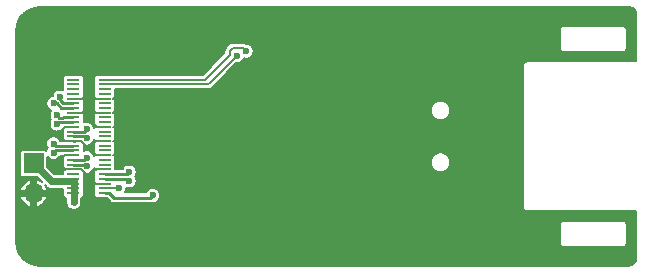
<source format=gbl>
G04 #@! TF.GenerationSoftware,KiCad,Pcbnew,5.1.10-88a1d61d58~88~ubuntu20.04.1*
G04 #@! TF.CreationDate,2021-06-30T14:36:37+02:00*
G04 #@! TF.ProjectId,hadron_board,68616472-6f6e-45f6-926f-6172642e6b69,rev?*
G04 #@! TF.SameCoordinates,Original*
G04 #@! TF.FileFunction,Copper,L2,Bot*
G04 #@! TF.FilePolarity,Positive*
%FSLAX46Y46*%
G04 Gerber Fmt 4.6, Leading zero omitted, Abs format (unit mm)*
G04 Created by KiCad (PCBNEW 5.1.10-88a1d61d58~88~ubuntu20.04.1) date 2021-06-30 14:36:37*
%MOMM*%
%LPD*%
G01*
G04 APERTURE LIST*
G04 #@! TA.AperFunction,SMDPad,CuDef*
%ADD10R,1.140000X0.200000*%
G04 #@! TD*
G04 #@! TA.AperFunction,ComponentPad*
%ADD11O,1.700000X1.700000*%
G04 #@! TD*
G04 #@! TA.AperFunction,ComponentPad*
%ADD12R,1.700000X1.700000*%
G04 #@! TD*
G04 #@! TA.AperFunction,ComponentPad*
%ADD13C,3.000000*%
G04 #@! TD*
G04 #@! TA.AperFunction,ViaPad*
%ADD14C,0.600000*%
G04 #@! TD*
G04 #@! TA.AperFunction,Conductor*
%ADD15C,0.254000*%
G04 #@! TD*
G04 #@! TA.AperFunction,Conductor*
%ADD16C,0.228600*%
G04 #@! TD*
G04 #@! TA.AperFunction,Conductor*
%ADD17C,0.203200*%
G04 #@! TD*
G04 #@! TA.AperFunction,Conductor*
%ADD18C,0.152400*%
G04 #@! TD*
G04 #@! TA.AperFunction,Conductor*
%ADD19C,0.609600*%
G04 #@! TD*
G04 #@! TA.AperFunction,Conductor*
%ADD20C,0.100000*%
G04 #@! TD*
G04 APERTURE END LIST*
D10*
X108020000Y-93300000D03*
X105380000Y-93300000D03*
X108020000Y-92900000D03*
X105380000Y-92900000D03*
X108020000Y-92500000D03*
X105380000Y-92500000D03*
X108020000Y-92100000D03*
X105380000Y-92100000D03*
X108020000Y-91700000D03*
X105380000Y-91700000D03*
X108020000Y-91300000D03*
X105380000Y-91300000D03*
X108020000Y-90900000D03*
X105380000Y-90900000D03*
X108020000Y-90500000D03*
X105380000Y-90500000D03*
X108020000Y-90100000D03*
X105380000Y-90100000D03*
X108020000Y-89700000D03*
X105380000Y-89700000D03*
X108020000Y-89300000D03*
X105380000Y-89300000D03*
X108020000Y-88900000D03*
X105380000Y-88900000D03*
X108020000Y-88500000D03*
X105380000Y-88500000D03*
X108020000Y-88100000D03*
X105380000Y-88100000D03*
X108020000Y-87700000D03*
X105380000Y-87700000D03*
X108020000Y-87300000D03*
X105380000Y-87300000D03*
X108020000Y-86900000D03*
X105380000Y-86900000D03*
X108020000Y-86500000D03*
X105380000Y-86500000D03*
X108020000Y-86100000D03*
X105380000Y-86100000D03*
X108020000Y-85700000D03*
X105380000Y-85700000D03*
X108020000Y-85300000D03*
X105380000Y-85300000D03*
X108020000Y-84900000D03*
X105380000Y-84900000D03*
X108020000Y-84500000D03*
X105380000Y-84500000D03*
X108020000Y-84100000D03*
X105380000Y-84100000D03*
X108020000Y-83700000D03*
X105380000Y-83700000D03*
D11*
X102000000Y-93340000D03*
D12*
X102000000Y-90800000D03*
D13*
X102500000Y-79500000D03*
X141500000Y-79500000D03*
X102500000Y-97500000D03*
X141500000Y-97500000D03*
D14*
X112100000Y-93500000D03*
X110100000Y-92276200D03*
X110100000Y-91523800D03*
X109200000Y-92900000D03*
X114700000Y-82000000D03*
X106600000Y-92000000D03*
X106700000Y-89500000D03*
X104200000Y-90800000D03*
X104200000Y-88200000D03*
X106700000Y-87000000D03*
X106900000Y-83100000D03*
X102900000Y-84100000D03*
X104900000Y-81900000D03*
X107700000Y-80600000D03*
X112100000Y-81700000D03*
X111300000Y-85200000D03*
X110600000Y-88800000D03*
X112700000Y-86700000D03*
X117400000Y-81400000D03*
X115400000Y-78400000D03*
X105400000Y-78500000D03*
X109200000Y-79400000D03*
X117300000Y-78900000D03*
X111300000Y-91000000D03*
X139000000Y-84000000D03*
X139000000Y-93000000D03*
X101600000Y-88900000D03*
X110800000Y-92900000D03*
X107500000Y-94100000D03*
X108200000Y-96200000D03*
X126000000Y-89900000D03*
X133600000Y-86000000D03*
X131800000Y-86900000D03*
X120000000Y-81300000D03*
X119200000Y-81700000D03*
X104248465Y-85175738D03*
X103716437Y-85707766D03*
X103983937Y-86723800D03*
X103983937Y-87476200D03*
X106500000Y-87900000D03*
X106500000Y-88652403D03*
X103700000Y-89123800D03*
X103700000Y-89876200D03*
X106500000Y-90300000D03*
X106500000Y-91052403D03*
X105400000Y-94100000D03*
D15*
X108020000Y-93300000D02*
X108400000Y-93300000D01*
X108400000Y-93300000D02*
X108800000Y-93700000D01*
X111900000Y-93700000D02*
X112100000Y-93500000D01*
X108800000Y-93700000D02*
X111900000Y-93700000D01*
D16*
X108884501Y-92090500D02*
X109914300Y-92090500D01*
X108875001Y-92100000D02*
X108884501Y-92090500D01*
X108020000Y-92100000D02*
X108875001Y-92100000D01*
X109914300Y-92090500D02*
X110100000Y-92276200D01*
X108884501Y-91709500D02*
X109914300Y-91709500D01*
X108875001Y-91700000D02*
X108884501Y-91709500D01*
X108020000Y-91700000D02*
X108875001Y-91700000D01*
X109914300Y-91709500D02*
X110100000Y-91523800D01*
D17*
X109200000Y-92900000D02*
X108020000Y-92900000D01*
D18*
X105380000Y-91300000D02*
X106000000Y-91300000D01*
X106600000Y-91900000D02*
X106600000Y-92000000D01*
X106000000Y-91300000D02*
X106600000Y-91900000D01*
X107100000Y-92500000D02*
X106600000Y-92000000D01*
X108020000Y-92500000D02*
X107100000Y-92500000D01*
X107300000Y-91300000D02*
X106600000Y-92000000D01*
X108020000Y-91300000D02*
X107300000Y-91300000D01*
X107300000Y-90100000D02*
X106700000Y-89500000D01*
X108020000Y-90100000D02*
X107300000Y-90100000D01*
X107300000Y-88900000D02*
X106700000Y-89500000D01*
X108020000Y-88900000D02*
X107300000Y-88900000D01*
X105457090Y-88957090D02*
X105522037Y-88957090D01*
X105400000Y-88900000D02*
X105457090Y-88957090D01*
X105380000Y-88900000D02*
X105400000Y-88900000D01*
X106700000Y-89500000D02*
X106600000Y-89500000D01*
X106000000Y-88900000D02*
X105380000Y-88900000D01*
X106600000Y-89500000D02*
X106000000Y-88900000D01*
X104200000Y-90557600D02*
X104200000Y-90800000D01*
X104657600Y-90100000D02*
X104200000Y-90557600D01*
X105380000Y-90100000D02*
X104657600Y-90100000D01*
X104700000Y-91300000D02*
X104200000Y-90800000D01*
X105380000Y-91300000D02*
X104700000Y-91300000D01*
X104200000Y-88442400D02*
X104200000Y-88200000D01*
X104657600Y-88900000D02*
X104200000Y-88442400D01*
X105380000Y-88900000D02*
X104657600Y-88900000D01*
X104700000Y-87700000D02*
X104200000Y-88200000D01*
X105380000Y-87700000D02*
X104700000Y-87700000D01*
X107400000Y-87700000D02*
X106700000Y-87000000D01*
X108020000Y-87700000D02*
X107400000Y-87700000D01*
X107200000Y-86500000D02*
X106700000Y-87000000D01*
X108020000Y-86500000D02*
X107200000Y-86500000D01*
X106200000Y-86500000D02*
X105380000Y-86500000D01*
X106700000Y-87000000D02*
X106200000Y-86500000D01*
X105380000Y-85300000D02*
X108020000Y-85300000D01*
X106900000Y-84502400D02*
X106900000Y-83100000D01*
X106102400Y-85300000D02*
X106900000Y-84502400D01*
X105380000Y-85300000D02*
X106102400Y-85300000D01*
D17*
X120000000Y-81300000D02*
X119700000Y-81000000D01*
X118600000Y-81600000D02*
X116500000Y-83700000D01*
X108020000Y-83700000D02*
X116500000Y-83700000D01*
X119700000Y-81000000D02*
X118900000Y-81000000D01*
X118600000Y-81300000D02*
X118600000Y-81600000D01*
X118900000Y-81000000D02*
X118600000Y-81300000D01*
X116950000Y-83950000D02*
X116800000Y-84100000D01*
X108020000Y-84100000D02*
X116800000Y-84100000D01*
X119200000Y-81700000D02*
X116950000Y-83950000D01*
D16*
X104519607Y-85709500D02*
X104248465Y-85438358D01*
X104248465Y-85438358D02*
X104248465Y-85175738D01*
X104900500Y-85709500D02*
X104519607Y-85709500D01*
X104910000Y-85700000D02*
X104900500Y-85709500D01*
X105380000Y-85700000D02*
X104910000Y-85700000D01*
X103979057Y-85707766D02*
X103716437Y-85707766D01*
X104361791Y-86090500D02*
X103979057Y-85707766D01*
X105380000Y-86100000D02*
X104910000Y-86100000D01*
X104900500Y-86090500D02*
X104361791Y-86090500D01*
X104910000Y-86100000D02*
X104900500Y-86090500D01*
X104515499Y-86909500D02*
X104169637Y-86909500D01*
X104524999Y-86900000D02*
X104515499Y-86909500D01*
X104169637Y-86909500D02*
X103983937Y-86723800D01*
X105380000Y-86900000D02*
X104524999Y-86900000D01*
X104169637Y-87290500D02*
X103983937Y-87476200D01*
X104515499Y-87290500D02*
X104169637Y-87290500D01*
X104524999Y-87300000D02*
X104515499Y-87290500D01*
X105380000Y-87300000D02*
X104524999Y-87300000D01*
X106300000Y-88100000D02*
X106500000Y-87900000D01*
X105380000Y-88100000D02*
X106300000Y-88100000D01*
X106347597Y-88500000D02*
X106500000Y-88652403D01*
X105380000Y-88500000D02*
X106347597Y-88500000D01*
X103885700Y-89309500D02*
X103700000Y-89123800D01*
X104515499Y-89309500D02*
X103885700Y-89309500D01*
X104524999Y-89300000D02*
X104515499Y-89309500D01*
X105380000Y-89300000D02*
X104524999Y-89300000D01*
X103885700Y-89690500D02*
X103700000Y-89876200D01*
X104515499Y-89690500D02*
X103885700Y-89690500D01*
X104524999Y-89700000D02*
X104515499Y-89690500D01*
X105380000Y-89700000D02*
X104524999Y-89700000D01*
X106300000Y-90500000D02*
X106500000Y-90300000D01*
X105380000Y-90500000D02*
X106300000Y-90500000D01*
X106347597Y-90900000D02*
X106500000Y-91052403D01*
X105380000Y-90900000D02*
X106347597Y-90900000D01*
D19*
X105400000Y-94100000D02*
X105400000Y-92300000D01*
X103500000Y-92300000D02*
X102000000Y-90800000D01*
X105400000Y-92300000D02*
X103500000Y-92300000D01*
D18*
X152524912Y-77569152D02*
X152645066Y-77605428D01*
X152755885Y-77664351D01*
X152853146Y-77743676D01*
X152933152Y-77840386D01*
X152992847Y-77950790D01*
X153029961Y-78070688D01*
X153044800Y-78211862D01*
X153044801Y-82144800D01*
X143817443Y-82144800D01*
X143800000Y-82143082D01*
X143782557Y-82144800D01*
X143730369Y-82149940D01*
X143663413Y-82170251D01*
X143601707Y-82203234D01*
X143547621Y-82247621D01*
X143503234Y-82301707D01*
X143470251Y-82363413D01*
X143449940Y-82430369D01*
X143443082Y-82500000D01*
X143444800Y-82517443D01*
X143444801Y-94482547D01*
X143443082Y-94500000D01*
X143449940Y-94569631D01*
X143470251Y-94636587D01*
X143503234Y-94698293D01*
X143547621Y-94752379D01*
X143601707Y-94796766D01*
X143663413Y-94829749D01*
X143730369Y-94850060D01*
X143782557Y-94855200D01*
X143800000Y-94856918D01*
X143817443Y-94855200D01*
X153044800Y-94855200D01*
X153044801Y-98782616D01*
X153030849Y-98924912D01*
X152994572Y-99045066D01*
X152935649Y-99155885D01*
X152856324Y-99253146D01*
X152759611Y-99333154D01*
X152649213Y-99392846D01*
X152529312Y-99429961D01*
X152388137Y-99444800D01*
X102517374Y-99444800D01*
X102122583Y-99406091D01*
X101759544Y-99296483D01*
X101424706Y-99118447D01*
X101130830Y-98878767D01*
X100889098Y-98586562D01*
X100708731Y-98252981D01*
X100596590Y-97890712D01*
X100555200Y-97496910D01*
X100555200Y-96000000D01*
X146543082Y-96000000D01*
X146544800Y-96017444D01*
X146544801Y-97482547D01*
X146543082Y-97500000D01*
X146549940Y-97569631D01*
X146570251Y-97636587D01*
X146603234Y-97698293D01*
X146647621Y-97752379D01*
X146701707Y-97796766D01*
X146763413Y-97829749D01*
X146830369Y-97850060D01*
X146882557Y-97855200D01*
X146900000Y-97856918D01*
X146917443Y-97855200D01*
X151882557Y-97855200D01*
X151900000Y-97856918D01*
X151917443Y-97855200D01*
X151969631Y-97850060D01*
X152036587Y-97829749D01*
X152098293Y-97796766D01*
X152152379Y-97752379D01*
X152196766Y-97698293D01*
X152229749Y-97636587D01*
X152250060Y-97569631D01*
X152256918Y-97500000D01*
X152255200Y-97482557D01*
X152255200Y-96017443D01*
X152256918Y-96000000D01*
X152250060Y-95930369D01*
X152229749Y-95863413D01*
X152196766Y-95801707D01*
X152152379Y-95747621D01*
X152098293Y-95703234D01*
X152036587Y-95670251D01*
X151969631Y-95649940D01*
X151917443Y-95644800D01*
X151900000Y-95643082D01*
X151882557Y-95644800D01*
X146917443Y-95644800D01*
X146900000Y-95643082D01*
X146882557Y-95644800D01*
X146830369Y-95649940D01*
X146763413Y-95670251D01*
X146701707Y-95703234D01*
X146647621Y-95747621D01*
X146603234Y-95801707D01*
X146570251Y-95863413D01*
X146549940Y-95930369D01*
X146543082Y-96000000D01*
X100555200Y-96000000D01*
X100555200Y-93698128D01*
X100875448Y-93698128D01*
X100951581Y-93881949D01*
X101077455Y-94076072D01*
X101238782Y-94241908D01*
X101429362Y-94373084D01*
X101641871Y-94464560D01*
X101822200Y-94424189D01*
X101822200Y-93517800D01*
X102177800Y-93517800D01*
X102177800Y-94424189D01*
X102358129Y-94464560D01*
X102570638Y-94373084D01*
X102761218Y-94241908D01*
X102922545Y-94076072D01*
X103048419Y-93881949D01*
X103124552Y-93698128D01*
X103083154Y-93517800D01*
X102177800Y-93517800D01*
X101822200Y-93517800D01*
X100916846Y-93517800D01*
X100875448Y-93698128D01*
X100555200Y-93698128D01*
X100555200Y-92981872D01*
X100875448Y-92981872D01*
X100916846Y-93162200D01*
X101822200Y-93162200D01*
X101822200Y-92255811D01*
X101641871Y-92215440D01*
X101429362Y-92306916D01*
X101238782Y-92438092D01*
X101077455Y-92603928D01*
X100951581Y-92798051D01*
X100875448Y-92981872D01*
X100555200Y-92981872D01*
X100555200Y-89950000D01*
X100818203Y-89950000D01*
X100818203Y-91650000D01*
X100824578Y-91714730D01*
X100843460Y-91776973D01*
X100874121Y-91834337D01*
X100915384Y-91884616D01*
X100965663Y-91925879D01*
X101023027Y-91956540D01*
X101085270Y-91975422D01*
X101150000Y-91981797D01*
X102283773Y-91981797D01*
X102693362Y-92391387D01*
X102570638Y-92306916D01*
X102358129Y-92215440D01*
X102177800Y-92255811D01*
X102177800Y-93162200D01*
X103083154Y-93162200D01*
X103124552Y-92981872D01*
X103048419Y-92798051D01*
X102953238Y-92651263D01*
X103028930Y-92726955D01*
X103048815Y-92751185D01*
X103073043Y-92771068D01*
X103145505Y-92830537D01*
X103183931Y-92851076D01*
X103255820Y-92889502D01*
X103375518Y-92925812D01*
X103468808Y-92935000D01*
X103468818Y-92935000D01*
X103499999Y-92938071D01*
X103531180Y-92935000D01*
X104478203Y-92935000D01*
X104478203Y-93000000D01*
X104484578Y-93064730D01*
X104495277Y-93100000D01*
X104484578Y-93135270D01*
X104478203Y-93200000D01*
X104478203Y-93400000D01*
X104484578Y-93464730D01*
X104503460Y-93526973D01*
X104534121Y-93584337D01*
X104575384Y-93634616D01*
X104625663Y-93675879D01*
X104683027Y-93706540D01*
X104745270Y-93725422D01*
X104765000Y-93727365D01*
X104765000Y-94131191D01*
X104774188Y-94224481D01*
X104810498Y-94344179D01*
X104869463Y-94454493D01*
X104948815Y-94551185D01*
X105045506Y-94630537D01*
X105155820Y-94689502D01*
X105275518Y-94725812D01*
X105400000Y-94738072D01*
X105524481Y-94725812D01*
X105644179Y-94689502D01*
X105754493Y-94630537D01*
X105851185Y-94551185D01*
X105930537Y-94454494D01*
X105989502Y-94344180D01*
X106025812Y-94224482D01*
X106035000Y-94131192D01*
X106035000Y-93719273D01*
X106076973Y-93706540D01*
X106134337Y-93675879D01*
X106184616Y-93634616D01*
X106225879Y-93584337D01*
X106256540Y-93526973D01*
X106275422Y-93464730D01*
X106281797Y-93400000D01*
X106281797Y-93200000D01*
X106275422Y-93135270D01*
X106264723Y-93100000D01*
X106275422Y-93064730D01*
X106281797Y-93000000D01*
X106281797Y-92800000D01*
X106275422Y-92735270D01*
X106264723Y-92700000D01*
X106275422Y-92664730D01*
X106281797Y-92600000D01*
X106281797Y-92400000D01*
X106275422Y-92335270D01*
X106264723Y-92300000D01*
X106275422Y-92264730D01*
X106281797Y-92200000D01*
X106281797Y-92000000D01*
X106275422Y-91935270D01*
X106264723Y-91900000D01*
X106275422Y-91864730D01*
X106281797Y-91800000D01*
X106281797Y-91644144D01*
X106316178Y-91658385D01*
X106437931Y-91682603D01*
X106562069Y-91682603D01*
X106683822Y-91658385D01*
X106798512Y-91610879D01*
X106901729Y-91541911D01*
X106989508Y-91454132D01*
X107058476Y-91350915D01*
X107105982Y-91236225D01*
X107123762Y-91146839D01*
X107119800Y-91193650D01*
X107202350Y-91276200D01*
X107266264Y-91276200D01*
X107310791Y-91300000D01*
X107266264Y-91323800D01*
X107202350Y-91323800D01*
X107119800Y-91406350D01*
X107124860Y-91466136D01*
X107135285Y-91499975D01*
X107124578Y-91535270D01*
X107118203Y-91600000D01*
X107118203Y-91800000D01*
X107124578Y-91864730D01*
X107135277Y-91900000D01*
X107124578Y-91935270D01*
X107118203Y-92000000D01*
X107118203Y-92200000D01*
X107124578Y-92264730D01*
X107135285Y-92300025D01*
X107124860Y-92333864D01*
X107119800Y-92393650D01*
X107202350Y-92476200D01*
X107266264Y-92476200D01*
X107310791Y-92500000D01*
X107266264Y-92523800D01*
X107202350Y-92523800D01*
X107119800Y-92606350D01*
X107124860Y-92666136D01*
X107135285Y-92699975D01*
X107124578Y-92735270D01*
X107118203Y-92800000D01*
X107118203Y-93000000D01*
X107124578Y-93064730D01*
X107135277Y-93100000D01*
X107124578Y-93135270D01*
X107118203Y-93200000D01*
X107118203Y-93400000D01*
X107124578Y-93464730D01*
X107143460Y-93526973D01*
X107174121Y-93584337D01*
X107215384Y-93634616D01*
X107265663Y-93675879D01*
X107323027Y-93706540D01*
X107385270Y-93725422D01*
X107450000Y-93731797D01*
X107868440Y-93731797D01*
X107930373Y-93750585D01*
X107997540Y-93757200D01*
X108210623Y-93757200D01*
X108460830Y-94007408D01*
X108475147Y-94024853D01*
X108492592Y-94039170D01*
X108544763Y-94081987D01*
X108587217Y-94104678D01*
X108624191Y-94124441D01*
X108710373Y-94150585D01*
X108777540Y-94157200D01*
X108777549Y-94157200D01*
X108799999Y-94159411D01*
X108822449Y-94157200D01*
X111877550Y-94157200D01*
X111900000Y-94159411D01*
X111922450Y-94157200D01*
X111922460Y-94157200D01*
X111989627Y-94150585D01*
X112056825Y-94130200D01*
X112162069Y-94130200D01*
X112283822Y-94105982D01*
X112398512Y-94058476D01*
X112501729Y-93989508D01*
X112589508Y-93901729D01*
X112658476Y-93798512D01*
X112705982Y-93683822D01*
X112730200Y-93562069D01*
X112730200Y-93437931D01*
X112705982Y-93316178D01*
X112658476Y-93201488D01*
X112589508Y-93098271D01*
X112501729Y-93010492D01*
X112398512Y-92941524D01*
X112283822Y-92894018D01*
X112162069Y-92869800D01*
X112037931Y-92869800D01*
X111916178Y-92894018D01*
X111801488Y-92941524D01*
X111698271Y-93010492D01*
X111610492Y-93098271D01*
X111541524Y-93201488D01*
X111524412Y-93242800D01*
X109728883Y-93242800D01*
X109758476Y-93198512D01*
X109805982Y-93083822D01*
X109830200Y-92962069D01*
X109830200Y-92846569D01*
X109916178Y-92882182D01*
X110037931Y-92906400D01*
X110162069Y-92906400D01*
X110283822Y-92882182D01*
X110398512Y-92834676D01*
X110501729Y-92765708D01*
X110589508Y-92677929D01*
X110658476Y-92574712D01*
X110705982Y-92460022D01*
X110730200Y-92338269D01*
X110730200Y-92214131D01*
X110705982Y-92092378D01*
X110658476Y-91977688D01*
X110606566Y-91900000D01*
X110658476Y-91822312D01*
X110705982Y-91707622D01*
X110730200Y-91585869D01*
X110730200Y-91461731D01*
X110705982Y-91339978D01*
X110658476Y-91225288D01*
X110589508Y-91122071D01*
X110501729Y-91034292D01*
X110398512Y-90965324D01*
X110283822Y-90917818D01*
X110162069Y-90893600D01*
X110037931Y-90893600D01*
X109916178Y-90917818D01*
X109801488Y-90965324D01*
X109698271Y-91034292D01*
X109610492Y-91122071D01*
X109541524Y-91225288D01*
X109525075Y-91265000D01*
X108972252Y-91265000D01*
X108962138Y-91261932D01*
X108920200Y-91257802D01*
X108920200Y-91122198D01*
X108911546Y-91122198D01*
X108904715Y-91100025D01*
X108915422Y-91064730D01*
X108921797Y-91000000D01*
X108921797Y-90800000D01*
X108915422Y-90735270D01*
X108904723Y-90700000D01*
X108915422Y-90664730D01*
X108920001Y-90618232D01*
X135619800Y-90618232D01*
X135619800Y-90781768D01*
X135651704Y-90942160D01*
X135714286Y-91093247D01*
X135805142Y-91229222D01*
X135920778Y-91344858D01*
X136056753Y-91435714D01*
X136207840Y-91498296D01*
X136368232Y-91530200D01*
X136531768Y-91530200D01*
X136692160Y-91498296D01*
X136843247Y-91435714D01*
X136979222Y-91344858D01*
X137094858Y-91229222D01*
X137185714Y-91093247D01*
X137248296Y-90942160D01*
X137280200Y-90781768D01*
X137280200Y-90618232D01*
X137248296Y-90457840D01*
X137185714Y-90306753D01*
X137094858Y-90170778D01*
X136979222Y-90055142D01*
X136843247Y-89964286D01*
X136692160Y-89901704D01*
X136531768Y-89869800D01*
X136368232Y-89869800D01*
X136207840Y-89901704D01*
X136056753Y-89964286D01*
X135920778Y-90055142D01*
X135805142Y-90170778D01*
X135714286Y-90306753D01*
X135651704Y-90457840D01*
X135619800Y-90618232D01*
X108920001Y-90618232D01*
X108921797Y-90600000D01*
X108921797Y-90400000D01*
X108915422Y-90335270D01*
X108904715Y-90299975D01*
X108915140Y-90266136D01*
X108920200Y-90206350D01*
X108837650Y-90123800D01*
X108773736Y-90123800D01*
X108729209Y-90100000D01*
X108773736Y-90076200D01*
X108837650Y-90076200D01*
X108920200Y-89993650D01*
X108915140Y-89933864D01*
X108904715Y-89900025D01*
X108915422Y-89864730D01*
X108921797Y-89800000D01*
X108921797Y-89600000D01*
X108915422Y-89535270D01*
X108904723Y-89500000D01*
X108915422Y-89464730D01*
X108921797Y-89400000D01*
X108921797Y-89200000D01*
X108915422Y-89135270D01*
X108904715Y-89099975D01*
X108915140Y-89066136D01*
X108920200Y-89006350D01*
X108837650Y-88923800D01*
X108773736Y-88923800D01*
X108729209Y-88900000D01*
X108773736Y-88876200D01*
X108837650Y-88876200D01*
X108920200Y-88793650D01*
X108915140Y-88733864D01*
X108904715Y-88700025D01*
X108915422Y-88664730D01*
X108921797Y-88600000D01*
X108921797Y-88400000D01*
X108915422Y-88335270D01*
X108904723Y-88300000D01*
X108915422Y-88264730D01*
X108921797Y-88200000D01*
X108921797Y-88000000D01*
X108915422Y-87935270D01*
X108904715Y-87899975D01*
X108915140Y-87866136D01*
X108920200Y-87806350D01*
X108837650Y-87723800D01*
X108773736Y-87723800D01*
X108729209Y-87700000D01*
X108773736Y-87676200D01*
X108837650Y-87676200D01*
X108920200Y-87593650D01*
X108915140Y-87533864D01*
X108904715Y-87500025D01*
X108915422Y-87464730D01*
X108921797Y-87400000D01*
X108921797Y-87200000D01*
X108915422Y-87135270D01*
X108904723Y-87100000D01*
X108915422Y-87064730D01*
X108921797Y-87000000D01*
X108921797Y-86800000D01*
X108915422Y-86735270D01*
X108904715Y-86699975D01*
X108915140Y-86666136D01*
X108920200Y-86606350D01*
X108837650Y-86523800D01*
X108773736Y-86523800D01*
X108729209Y-86500000D01*
X108773736Y-86476200D01*
X108837650Y-86476200D01*
X108920200Y-86393650D01*
X108915140Y-86333864D01*
X108904715Y-86300025D01*
X108915422Y-86264730D01*
X108920001Y-86218232D01*
X135619800Y-86218232D01*
X135619800Y-86381768D01*
X135651704Y-86542160D01*
X135714286Y-86693247D01*
X135805142Y-86829222D01*
X135920778Y-86944858D01*
X136056753Y-87035714D01*
X136207840Y-87098296D01*
X136368232Y-87130200D01*
X136531768Y-87130200D01*
X136692160Y-87098296D01*
X136843247Y-87035714D01*
X136979222Y-86944858D01*
X137094858Y-86829222D01*
X137185714Y-86693247D01*
X137248296Y-86542160D01*
X137280200Y-86381768D01*
X137280200Y-86218232D01*
X137248296Y-86057840D01*
X137185714Y-85906753D01*
X137094858Y-85770778D01*
X136979222Y-85655142D01*
X136843247Y-85564286D01*
X136692160Y-85501704D01*
X136531768Y-85469800D01*
X136368232Y-85469800D01*
X136207840Y-85501704D01*
X136056753Y-85564286D01*
X135920778Y-85655142D01*
X135805142Y-85770778D01*
X135714286Y-85906753D01*
X135651704Y-86057840D01*
X135619800Y-86218232D01*
X108920001Y-86218232D01*
X108921797Y-86200000D01*
X108921797Y-86000000D01*
X108915422Y-85935270D01*
X108904723Y-85900000D01*
X108915422Y-85864730D01*
X108921797Y-85800000D01*
X108921797Y-85600000D01*
X108915422Y-85535270D01*
X108904715Y-85499975D01*
X108915140Y-85466136D01*
X108920200Y-85406350D01*
X108837650Y-85323800D01*
X108773736Y-85323800D01*
X108729209Y-85300000D01*
X108773736Y-85276200D01*
X108837650Y-85276200D01*
X108920200Y-85193650D01*
X108915140Y-85133864D01*
X108904715Y-85100025D01*
X108915422Y-85064730D01*
X108921797Y-85000000D01*
X108921797Y-84800000D01*
X108915422Y-84735270D01*
X108904723Y-84700000D01*
X108915422Y-84664730D01*
X108921797Y-84600000D01*
X108921797Y-84531800D01*
X116778790Y-84531800D01*
X116800000Y-84533889D01*
X116821210Y-84531800D01*
X116884648Y-84525552D01*
X116966042Y-84500861D01*
X117041056Y-84460766D01*
X117106806Y-84406806D01*
X117120335Y-84390321D01*
X117270326Y-84240330D01*
X119180457Y-82330200D01*
X119262069Y-82330200D01*
X119383822Y-82305982D01*
X119498512Y-82258476D01*
X119601729Y-82189508D01*
X119689508Y-82101729D01*
X119758476Y-81998512D01*
X119799640Y-81899132D01*
X119816178Y-81905982D01*
X119937931Y-81930200D01*
X120062069Y-81930200D01*
X120183822Y-81905982D01*
X120298512Y-81858476D01*
X120401729Y-81789508D01*
X120489508Y-81701729D01*
X120558476Y-81598512D01*
X120605982Y-81483822D01*
X120630200Y-81362069D01*
X120630200Y-81237931D01*
X120605982Y-81116178D01*
X120558476Y-81001488D01*
X120489508Y-80898271D01*
X120401729Y-80810492D01*
X120298512Y-80741524D01*
X120183822Y-80694018D01*
X120062069Y-80669800D01*
X119978301Y-80669800D01*
X119941056Y-80639234D01*
X119866042Y-80599139D01*
X119784648Y-80574448D01*
X119721210Y-80568200D01*
X119700000Y-80566111D01*
X119678790Y-80568200D01*
X118921209Y-80568200D01*
X118899999Y-80566111D01*
X118815352Y-80574448D01*
X118733958Y-80599139D01*
X118658944Y-80639234D01*
X118593194Y-80693194D01*
X118579673Y-80709669D01*
X118309678Y-80979666D01*
X118293194Y-80993194D01*
X118239234Y-81058945D01*
X118199139Y-81133959D01*
X118179623Y-81198293D01*
X118174448Y-81215353D01*
X118166111Y-81300000D01*
X118168200Y-81321210D01*
X118168200Y-81421142D01*
X116321144Y-83268200D01*
X107998790Y-83268200D01*
X107998760Y-83268203D01*
X107450000Y-83268203D01*
X107385270Y-83274578D01*
X107323027Y-83293460D01*
X107265663Y-83324121D01*
X107215384Y-83365384D01*
X107174121Y-83415663D01*
X107143460Y-83473027D01*
X107124578Y-83535270D01*
X107118203Y-83600000D01*
X107118203Y-83800000D01*
X107124578Y-83864730D01*
X107135277Y-83900000D01*
X107124578Y-83935270D01*
X107118203Y-84000000D01*
X107118203Y-84200000D01*
X107124578Y-84264730D01*
X107135277Y-84300000D01*
X107124578Y-84335270D01*
X107118203Y-84400000D01*
X107118203Y-84600000D01*
X107124578Y-84664730D01*
X107135277Y-84700000D01*
X107124578Y-84735270D01*
X107118203Y-84800000D01*
X107118203Y-85000000D01*
X107124578Y-85064730D01*
X107135285Y-85100025D01*
X107124860Y-85133864D01*
X107119800Y-85193650D01*
X107202350Y-85276200D01*
X107266264Y-85276200D01*
X107310791Y-85300000D01*
X107266264Y-85323800D01*
X107202350Y-85323800D01*
X107119800Y-85406350D01*
X107124860Y-85466136D01*
X107135285Y-85499975D01*
X107124578Y-85535270D01*
X107118203Y-85600000D01*
X107118203Y-85800000D01*
X107124578Y-85864730D01*
X107135277Y-85900000D01*
X107124578Y-85935270D01*
X107118203Y-86000000D01*
X107118203Y-86200000D01*
X107124578Y-86264730D01*
X107135285Y-86300025D01*
X107124860Y-86333864D01*
X107119800Y-86393650D01*
X107202350Y-86476200D01*
X107266264Y-86476200D01*
X107310791Y-86500000D01*
X107266264Y-86523800D01*
X107202350Y-86523800D01*
X107119800Y-86606350D01*
X107124860Y-86666136D01*
X107135285Y-86699975D01*
X107124578Y-86735270D01*
X107118203Y-86800000D01*
X107118203Y-87000000D01*
X107124578Y-87064730D01*
X107135277Y-87100000D01*
X107124578Y-87135270D01*
X107118203Y-87200000D01*
X107118203Y-87400000D01*
X107124578Y-87464730D01*
X107135285Y-87500025D01*
X107124860Y-87533864D01*
X107119800Y-87593650D01*
X107202350Y-87676200D01*
X107266264Y-87676200D01*
X107310791Y-87700000D01*
X107266264Y-87723800D01*
X107202350Y-87723800D01*
X107123235Y-87802915D01*
X107105982Y-87716178D01*
X107058476Y-87601488D01*
X106989508Y-87498271D01*
X106901729Y-87410492D01*
X106798512Y-87341524D01*
X106683822Y-87294018D01*
X106562069Y-87269800D01*
X106437931Y-87269800D01*
X106316178Y-87294018D01*
X106281797Y-87308259D01*
X106281797Y-87200000D01*
X106275422Y-87135270D01*
X106264723Y-87100000D01*
X106275422Y-87064730D01*
X106281797Y-87000000D01*
X106281797Y-86800000D01*
X106275422Y-86735270D01*
X106264715Y-86699975D01*
X106275140Y-86666136D01*
X106280200Y-86606350D01*
X106197650Y-86523800D01*
X106133736Y-86523800D01*
X106089209Y-86500000D01*
X106133736Y-86476200D01*
X106197650Y-86476200D01*
X106280200Y-86393650D01*
X106275140Y-86333864D01*
X106264715Y-86300025D01*
X106275422Y-86264730D01*
X106281797Y-86200000D01*
X106281797Y-86000000D01*
X106275422Y-85935270D01*
X106264723Y-85900000D01*
X106275422Y-85864730D01*
X106281797Y-85800000D01*
X106281797Y-85600000D01*
X106275422Y-85535270D01*
X106264715Y-85499975D01*
X106275140Y-85466136D01*
X106280200Y-85406350D01*
X106197650Y-85323800D01*
X106133736Y-85323800D01*
X106089209Y-85300000D01*
X106133736Y-85276200D01*
X106197650Y-85276200D01*
X106280200Y-85193650D01*
X106275140Y-85133864D01*
X106264715Y-85100025D01*
X106275422Y-85064730D01*
X106281797Y-85000000D01*
X106281797Y-84800000D01*
X106275422Y-84735270D01*
X106264723Y-84700000D01*
X106275422Y-84664730D01*
X106281797Y-84600000D01*
X106281797Y-84400000D01*
X106275422Y-84335270D01*
X106264723Y-84300000D01*
X106275422Y-84264730D01*
X106281797Y-84200000D01*
X106281797Y-84000000D01*
X106275422Y-83935270D01*
X106264723Y-83900000D01*
X106275422Y-83864730D01*
X106281797Y-83800000D01*
X106281797Y-83600000D01*
X106275422Y-83535270D01*
X106256540Y-83473027D01*
X106225879Y-83415663D01*
X106184616Y-83365384D01*
X106134337Y-83324121D01*
X106076973Y-83293460D01*
X106014730Y-83274578D01*
X105950000Y-83268203D01*
X104810000Y-83268203D01*
X104745270Y-83274578D01*
X104683027Y-83293460D01*
X104625663Y-83324121D01*
X104575384Y-83365384D01*
X104534121Y-83415663D01*
X104503460Y-83473027D01*
X104484578Y-83535270D01*
X104478203Y-83600000D01*
X104478203Y-83800000D01*
X104484578Y-83864730D01*
X104495277Y-83900000D01*
X104484578Y-83935270D01*
X104478203Y-84000000D01*
X104478203Y-84200000D01*
X104484578Y-84264730D01*
X104495277Y-84300000D01*
X104484578Y-84335270D01*
X104478203Y-84400000D01*
X104478203Y-84588775D01*
X104432287Y-84569756D01*
X104310534Y-84545538D01*
X104186396Y-84545538D01*
X104064643Y-84569756D01*
X103949953Y-84617262D01*
X103846736Y-84686230D01*
X103758957Y-84774009D01*
X103689989Y-84877226D01*
X103642483Y-84991916D01*
X103624255Y-85083556D01*
X103532615Y-85101784D01*
X103417925Y-85149290D01*
X103314708Y-85218258D01*
X103226929Y-85306037D01*
X103157961Y-85409254D01*
X103110455Y-85523944D01*
X103086237Y-85645697D01*
X103086237Y-85769835D01*
X103110455Y-85891588D01*
X103157961Y-86006278D01*
X103226929Y-86109495D01*
X103314708Y-86197274D01*
X103417925Y-86266242D01*
X103511499Y-86305001D01*
X103494429Y-86322071D01*
X103425461Y-86425288D01*
X103377955Y-86539978D01*
X103353737Y-86661731D01*
X103353737Y-86785869D01*
X103377955Y-86907622D01*
X103425461Y-87022312D01*
X103477371Y-87100000D01*
X103425461Y-87177688D01*
X103377955Y-87292378D01*
X103353737Y-87414131D01*
X103353737Y-87538269D01*
X103377955Y-87660022D01*
X103425461Y-87774712D01*
X103494429Y-87877929D01*
X103582208Y-87965708D01*
X103685425Y-88034676D01*
X103800115Y-88082182D01*
X103921868Y-88106400D01*
X104046006Y-88106400D01*
X104167759Y-88082182D01*
X104282449Y-88034676D01*
X104385666Y-87965708D01*
X104473445Y-87877929D01*
X104479800Y-87868418D01*
X104479800Y-87877802D01*
X104488454Y-87877802D01*
X104495285Y-87899975D01*
X104484578Y-87935270D01*
X104478203Y-88000000D01*
X104478203Y-88200000D01*
X104484578Y-88264730D01*
X104495277Y-88300000D01*
X104484578Y-88335270D01*
X104478203Y-88400000D01*
X104478203Y-88600000D01*
X104484578Y-88664730D01*
X104495285Y-88700025D01*
X104488454Y-88722198D01*
X104479800Y-88722198D01*
X104479800Y-88857802D01*
X104437862Y-88861932D01*
X104427748Y-88865000D01*
X104274925Y-88865000D01*
X104258476Y-88825288D01*
X104189508Y-88722071D01*
X104101729Y-88634292D01*
X103998512Y-88565324D01*
X103883822Y-88517818D01*
X103762069Y-88493600D01*
X103637931Y-88493600D01*
X103516178Y-88517818D01*
X103401488Y-88565324D01*
X103298271Y-88634292D01*
X103210492Y-88722071D01*
X103141524Y-88825288D01*
X103094018Y-88939978D01*
X103069800Y-89061731D01*
X103069800Y-89185869D01*
X103094018Y-89307622D01*
X103141524Y-89422312D01*
X103193434Y-89500000D01*
X103141524Y-89577688D01*
X103094018Y-89692378D01*
X103088500Y-89720117D01*
X103084616Y-89715384D01*
X103034337Y-89674121D01*
X102976973Y-89643460D01*
X102914730Y-89624578D01*
X102850000Y-89618203D01*
X101150000Y-89618203D01*
X101085270Y-89624578D01*
X101023027Y-89643460D01*
X100965663Y-89674121D01*
X100915384Y-89715384D01*
X100874121Y-89765663D01*
X100843460Y-89823027D01*
X100824578Y-89885270D01*
X100818203Y-89950000D01*
X100555200Y-89950000D01*
X100555200Y-79517374D01*
X100556903Y-79500000D01*
X146543082Y-79500000D01*
X146544800Y-79517444D01*
X146544801Y-80982547D01*
X146543082Y-81000000D01*
X146549940Y-81069631D01*
X146570251Y-81136587D01*
X146603234Y-81198293D01*
X146647621Y-81252379D01*
X146701707Y-81296766D01*
X146763413Y-81329749D01*
X146830369Y-81350060D01*
X146882557Y-81355200D01*
X146900000Y-81356918D01*
X146917443Y-81355200D01*
X151882557Y-81355200D01*
X151900000Y-81356918D01*
X151917443Y-81355200D01*
X151969631Y-81350060D01*
X152036587Y-81329749D01*
X152098293Y-81296766D01*
X152152379Y-81252379D01*
X152196766Y-81198293D01*
X152229749Y-81136587D01*
X152250060Y-81069631D01*
X152256918Y-81000000D01*
X152255200Y-80982557D01*
X152255200Y-79517443D01*
X152256918Y-79500000D01*
X152250060Y-79430369D01*
X152229749Y-79363413D01*
X152196766Y-79301707D01*
X152152379Y-79247621D01*
X152098293Y-79203234D01*
X152036587Y-79170251D01*
X151969631Y-79149940D01*
X151917443Y-79144800D01*
X151900000Y-79143082D01*
X151882557Y-79144800D01*
X146917443Y-79144800D01*
X146900000Y-79143082D01*
X146882557Y-79144800D01*
X146830369Y-79149940D01*
X146763413Y-79170251D01*
X146701707Y-79203234D01*
X146647621Y-79247621D01*
X146603234Y-79301707D01*
X146570251Y-79363413D01*
X146549940Y-79430369D01*
X146543082Y-79500000D01*
X100556903Y-79500000D01*
X100593910Y-79122583D01*
X100703519Y-78759541D01*
X100881553Y-78424706D01*
X101121233Y-78130830D01*
X101413433Y-77889101D01*
X101747018Y-77708732D01*
X102109288Y-77596590D01*
X102503090Y-77555200D01*
X152382625Y-77555200D01*
X152524912Y-77569152D01*
G04 #@! TA.AperFunction,Conductor*
D20*
G36*
X152524912Y-77569152D02*
G01*
X152645066Y-77605428D01*
X152755885Y-77664351D01*
X152853146Y-77743676D01*
X152933152Y-77840386D01*
X152992847Y-77950790D01*
X153029961Y-78070688D01*
X153044800Y-78211862D01*
X153044801Y-82144800D01*
X143817443Y-82144800D01*
X143800000Y-82143082D01*
X143782557Y-82144800D01*
X143730369Y-82149940D01*
X143663413Y-82170251D01*
X143601707Y-82203234D01*
X143547621Y-82247621D01*
X143503234Y-82301707D01*
X143470251Y-82363413D01*
X143449940Y-82430369D01*
X143443082Y-82500000D01*
X143444800Y-82517443D01*
X143444801Y-94482547D01*
X143443082Y-94500000D01*
X143449940Y-94569631D01*
X143470251Y-94636587D01*
X143503234Y-94698293D01*
X143547621Y-94752379D01*
X143601707Y-94796766D01*
X143663413Y-94829749D01*
X143730369Y-94850060D01*
X143782557Y-94855200D01*
X143800000Y-94856918D01*
X143817443Y-94855200D01*
X153044800Y-94855200D01*
X153044801Y-98782616D01*
X153030849Y-98924912D01*
X152994572Y-99045066D01*
X152935649Y-99155885D01*
X152856324Y-99253146D01*
X152759611Y-99333154D01*
X152649213Y-99392846D01*
X152529312Y-99429961D01*
X152388137Y-99444800D01*
X102517374Y-99444800D01*
X102122583Y-99406091D01*
X101759544Y-99296483D01*
X101424706Y-99118447D01*
X101130830Y-98878767D01*
X100889098Y-98586562D01*
X100708731Y-98252981D01*
X100596590Y-97890712D01*
X100555200Y-97496910D01*
X100555200Y-96000000D01*
X146543082Y-96000000D01*
X146544800Y-96017444D01*
X146544801Y-97482547D01*
X146543082Y-97500000D01*
X146549940Y-97569631D01*
X146570251Y-97636587D01*
X146603234Y-97698293D01*
X146647621Y-97752379D01*
X146701707Y-97796766D01*
X146763413Y-97829749D01*
X146830369Y-97850060D01*
X146882557Y-97855200D01*
X146900000Y-97856918D01*
X146917443Y-97855200D01*
X151882557Y-97855200D01*
X151900000Y-97856918D01*
X151917443Y-97855200D01*
X151969631Y-97850060D01*
X152036587Y-97829749D01*
X152098293Y-97796766D01*
X152152379Y-97752379D01*
X152196766Y-97698293D01*
X152229749Y-97636587D01*
X152250060Y-97569631D01*
X152256918Y-97500000D01*
X152255200Y-97482557D01*
X152255200Y-96017443D01*
X152256918Y-96000000D01*
X152250060Y-95930369D01*
X152229749Y-95863413D01*
X152196766Y-95801707D01*
X152152379Y-95747621D01*
X152098293Y-95703234D01*
X152036587Y-95670251D01*
X151969631Y-95649940D01*
X151917443Y-95644800D01*
X151900000Y-95643082D01*
X151882557Y-95644800D01*
X146917443Y-95644800D01*
X146900000Y-95643082D01*
X146882557Y-95644800D01*
X146830369Y-95649940D01*
X146763413Y-95670251D01*
X146701707Y-95703234D01*
X146647621Y-95747621D01*
X146603234Y-95801707D01*
X146570251Y-95863413D01*
X146549940Y-95930369D01*
X146543082Y-96000000D01*
X100555200Y-96000000D01*
X100555200Y-93698128D01*
X100875448Y-93698128D01*
X100951581Y-93881949D01*
X101077455Y-94076072D01*
X101238782Y-94241908D01*
X101429362Y-94373084D01*
X101641871Y-94464560D01*
X101822200Y-94424189D01*
X101822200Y-93517800D01*
X102177800Y-93517800D01*
X102177800Y-94424189D01*
X102358129Y-94464560D01*
X102570638Y-94373084D01*
X102761218Y-94241908D01*
X102922545Y-94076072D01*
X103048419Y-93881949D01*
X103124552Y-93698128D01*
X103083154Y-93517800D01*
X102177800Y-93517800D01*
X101822200Y-93517800D01*
X100916846Y-93517800D01*
X100875448Y-93698128D01*
X100555200Y-93698128D01*
X100555200Y-92981872D01*
X100875448Y-92981872D01*
X100916846Y-93162200D01*
X101822200Y-93162200D01*
X101822200Y-92255811D01*
X101641871Y-92215440D01*
X101429362Y-92306916D01*
X101238782Y-92438092D01*
X101077455Y-92603928D01*
X100951581Y-92798051D01*
X100875448Y-92981872D01*
X100555200Y-92981872D01*
X100555200Y-89950000D01*
X100818203Y-89950000D01*
X100818203Y-91650000D01*
X100824578Y-91714730D01*
X100843460Y-91776973D01*
X100874121Y-91834337D01*
X100915384Y-91884616D01*
X100965663Y-91925879D01*
X101023027Y-91956540D01*
X101085270Y-91975422D01*
X101150000Y-91981797D01*
X102283773Y-91981797D01*
X102693362Y-92391387D01*
X102570638Y-92306916D01*
X102358129Y-92215440D01*
X102177800Y-92255811D01*
X102177800Y-93162200D01*
X103083154Y-93162200D01*
X103124552Y-92981872D01*
X103048419Y-92798051D01*
X102953238Y-92651263D01*
X103028930Y-92726955D01*
X103048815Y-92751185D01*
X103073043Y-92771068D01*
X103145505Y-92830537D01*
X103183931Y-92851076D01*
X103255820Y-92889502D01*
X103375518Y-92925812D01*
X103468808Y-92935000D01*
X103468818Y-92935000D01*
X103499999Y-92938071D01*
X103531180Y-92935000D01*
X104478203Y-92935000D01*
X104478203Y-93000000D01*
X104484578Y-93064730D01*
X104495277Y-93100000D01*
X104484578Y-93135270D01*
X104478203Y-93200000D01*
X104478203Y-93400000D01*
X104484578Y-93464730D01*
X104503460Y-93526973D01*
X104534121Y-93584337D01*
X104575384Y-93634616D01*
X104625663Y-93675879D01*
X104683027Y-93706540D01*
X104745270Y-93725422D01*
X104765000Y-93727365D01*
X104765000Y-94131191D01*
X104774188Y-94224481D01*
X104810498Y-94344179D01*
X104869463Y-94454493D01*
X104948815Y-94551185D01*
X105045506Y-94630537D01*
X105155820Y-94689502D01*
X105275518Y-94725812D01*
X105400000Y-94738072D01*
X105524481Y-94725812D01*
X105644179Y-94689502D01*
X105754493Y-94630537D01*
X105851185Y-94551185D01*
X105930537Y-94454494D01*
X105989502Y-94344180D01*
X106025812Y-94224482D01*
X106035000Y-94131192D01*
X106035000Y-93719273D01*
X106076973Y-93706540D01*
X106134337Y-93675879D01*
X106184616Y-93634616D01*
X106225879Y-93584337D01*
X106256540Y-93526973D01*
X106275422Y-93464730D01*
X106281797Y-93400000D01*
X106281797Y-93200000D01*
X106275422Y-93135270D01*
X106264723Y-93100000D01*
X106275422Y-93064730D01*
X106281797Y-93000000D01*
X106281797Y-92800000D01*
X106275422Y-92735270D01*
X106264723Y-92700000D01*
X106275422Y-92664730D01*
X106281797Y-92600000D01*
X106281797Y-92400000D01*
X106275422Y-92335270D01*
X106264723Y-92300000D01*
X106275422Y-92264730D01*
X106281797Y-92200000D01*
X106281797Y-92000000D01*
X106275422Y-91935270D01*
X106264723Y-91900000D01*
X106275422Y-91864730D01*
X106281797Y-91800000D01*
X106281797Y-91644144D01*
X106316178Y-91658385D01*
X106437931Y-91682603D01*
X106562069Y-91682603D01*
X106683822Y-91658385D01*
X106798512Y-91610879D01*
X106901729Y-91541911D01*
X106989508Y-91454132D01*
X107058476Y-91350915D01*
X107105982Y-91236225D01*
X107123762Y-91146839D01*
X107119800Y-91193650D01*
X107202350Y-91276200D01*
X107266264Y-91276200D01*
X107310791Y-91300000D01*
X107266264Y-91323800D01*
X107202350Y-91323800D01*
X107119800Y-91406350D01*
X107124860Y-91466136D01*
X107135285Y-91499975D01*
X107124578Y-91535270D01*
X107118203Y-91600000D01*
X107118203Y-91800000D01*
X107124578Y-91864730D01*
X107135277Y-91900000D01*
X107124578Y-91935270D01*
X107118203Y-92000000D01*
X107118203Y-92200000D01*
X107124578Y-92264730D01*
X107135285Y-92300025D01*
X107124860Y-92333864D01*
X107119800Y-92393650D01*
X107202350Y-92476200D01*
X107266264Y-92476200D01*
X107310791Y-92500000D01*
X107266264Y-92523800D01*
X107202350Y-92523800D01*
X107119800Y-92606350D01*
X107124860Y-92666136D01*
X107135285Y-92699975D01*
X107124578Y-92735270D01*
X107118203Y-92800000D01*
X107118203Y-93000000D01*
X107124578Y-93064730D01*
X107135277Y-93100000D01*
X107124578Y-93135270D01*
X107118203Y-93200000D01*
X107118203Y-93400000D01*
X107124578Y-93464730D01*
X107143460Y-93526973D01*
X107174121Y-93584337D01*
X107215384Y-93634616D01*
X107265663Y-93675879D01*
X107323027Y-93706540D01*
X107385270Y-93725422D01*
X107450000Y-93731797D01*
X107868440Y-93731797D01*
X107930373Y-93750585D01*
X107997540Y-93757200D01*
X108210623Y-93757200D01*
X108460830Y-94007408D01*
X108475147Y-94024853D01*
X108492592Y-94039170D01*
X108544763Y-94081987D01*
X108587217Y-94104678D01*
X108624191Y-94124441D01*
X108710373Y-94150585D01*
X108777540Y-94157200D01*
X108777549Y-94157200D01*
X108799999Y-94159411D01*
X108822449Y-94157200D01*
X111877550Y-94157200D01*
X111900000Y-94159411D01*
X111922450Y-94157200D01*
X111922460Y-94157200D01*
X111989627Y-94150585D01*
X112056825Y-94130200D01*
X112162069Y-94130200D01*
X112283822Y-94105982D01*
X112398512Y-94058476D01*
X112501729Y-93989508D01*
X112589508Y-93901729D01*
X112658476Y-93798512D01*
X112705982Y-93683822D01*
X112730200Y-93562069D01*
X112730200Y-93437931D01*
X112705982Y-93316178D01*
X112658476Y-93201488D01*
X112589508Y-93098271D01*
X112501729Y-93010492D01*
X112398512Y-92941524D01*
X112283822Y-92894018D01*
X112162069Y-92869800D01*
X112037931Y-92869800D01*
X111916178Y-92894018D01*
X111801488Y-92941524D01*
X111698271Y-93010492D01*
X111610492Y-93098271D01*
X111541524Y-93201488D01*
X111524412Y-93242800D01*
X109728883Y-93242800D01*
X109758476Y-93198512D01*
X109805982Y-93083822D01*
X109830200Y-92962069D01*
X109830200Y-92846569D01*
X109916178Y-92882182D01*
X110037931Y-92906400D01*
X110162069Y-92906400D01*
X110283822Y-92882182D01*
X110398512Y-92834676D01*
X110501729Y-92765708D01*
X110589508Y-92677929D01*
X110658476Y-92574712D01*
X110705982Y-92460022D01*
X110730200Y-92338269D01*
X110730200Y-92214131D01*
X110705982Y-92092378D01*
X110658476Y-91977688D01*
X110606566Y-91900000D01*
X110658476Y-91822312D01*
X110705982Y-91707622D01*
X110730200Y-91585869D01*
X110730200Y-91461731D01*
X110705982Y-91339978D01*
X110658476Y-91225288D01*
X110589508Y-91122071D01*
X110501729Y-91034292D01*
X110398512Y-90965324D01*
X110283822Y-90917818D01*
X110162069Y-90893600D01*
X110037931Y-90893600D01*
X109916178Y-90917818D01*
X109801488Y-90965324D01*
X109698271Y-91034292D01*
X109610492Y-91122071D01*
X109541524Y-91225288D01*
X109525075Y-91265000D01*
X108972252Y-91265000D01*
X108962138Y-91261932D01*
X108920200Y-91257802D01*
X108920200Y-91122198D01*
X108911546Y-91122198D01*
X108904715Y-91100025D01*
X108915422Y-91064730D01*
X108921797Y-91000000D01*
X108921797Y-90800000D01*
X108915422Y-90735270D01*
X108904723Y-90700000D01*
X108915422Y-90664730D01*
X108920001Y-90618232D01*
X135619800Y-90618232D01*
X135619800Y-90781768D01*
X135651704Y-90942160D01*
X135714286Y-91093247D01*
X135805142Y-91229222D01*
X135920778Y-91344858D01*
X136056753Y-91435714D01*
X136207840Y-91498296D01*
X136368232Y-91530200D01*
X136531768Y-91530200D01*
X136692160Y-91498296D01*
X136843247Y-91435714D01*
X136979222Y-91344858D01*
X137094858Y-91229222D01*
X137185714Y-91093247D01*
X137248296Y-90942160D01*
X137280200Y-90781768D01*
X137280200Y-90618232D01*
X137248296Y-90457840D01*
X137185714Y-90306753D01*
X137094858Y-90170778D01*
X136979222Y-90055142D01*
X136843247Y-89964286D01*
X136692160Y-89901704D01*
X136531768Y-89869800D01*
X136368232Y-89869800D01*
X136207840Y-89901704D01*
X136056753Y-89964286D01*
X135920778Y-90055142D01*
X135805142Y-90170778D01*
X135714286Y-90306753D01*
X135651704Y-90457840D01*
X135619800Y-90618232D01*
X108920001Y-90618232D01*
X108921797Y-90600000D01*
X108921797Y-90400000D01*
X108915422Y-90335270D01*
X108904715Y-90299975D01*
X108915140Y-90266136D01*
X108920200Y-90206350D01*
X108837650Y-90123800D01*
X108773736Y-90123800D01*
X108729209Y-90100000D01*
X108773736Y-90076200D01*
X108837650Y-90076200D01*
X108920200Y-89993650D01*
X108915140Y-89933864D01*
X108904715Y-89900025D01*
X108915422Y-89864730D01*
X108921797Y-89800000D01*
X108921797Y-89600000D01*
X108915422Y-89535270D01*
X108904723Y-89500000D01*
X108915422Y-89464730D01*
X108921797Y-89400000D01*
X108921797Y-89200000D01*
X108915422Y-89135270D01*
X108904715Y-89099975D01*
X108915140Y-89066136D01*
X108920200Y-89006350D01*
X108837650Y-88923800D01*
X108773736Y-88923800D01*
X108729209Y-88900000D01*
X108773736Y-88876200D01*
X108837650Y-88876200D01*
X108920200Y-88793650D01*
X108915140Y-88733864D01*
X108904715Y-88700025D01*
X108915422Y-88664730D01*
X108921797Y-88600000D01*
X108921797Y-88400000D01*
X108915422Y-88335270D01*
X108904723Y-88300000D01*
X108915422Y-88264730D01*
X108921797Y-88200000D01*
X108921797Y-88000000D01*
X108915422Y-87935270D01*
X108904715Y-87899975D01*
X108915140Y-87866136D01*
X108920200Y-87806350D01*
X108837650Y-87723800D01*
X108773736Y-87723800D01*
X108729209Y-87700000D01*
X108773736Y-87676200D01*
X108837650Y-87676200D01*
X108920200Y-87593650D01*
X108915140Y-87533864D01*
X108904715Y-87500025D01*
X108915422Y-87464730D01*
X108921797Y-87400000D01*
X108921797Y-87200000D01*
X108915422Y-87135270D01*
X108904723Y-87100000D01*
X108915422Y-87064730D01*
X108921797Y-87000000D01*
X108921797Y-86800000D01*
X108915422Y-86735270D01*
X108904715Y-86699975D01*
X108915140Y-86666136D01*
X108920200Y-86606350D01*
X108837650Y-86523800D01*
X108773736Y-86523800D01*
X108729209Y-86500000D01*
X108773736Y-86476200D01*
X108837650Y-86476200D01*
X108920200Y-86393650D01*
X108915140Y-86333864D01*
X108904715Y-86300025D01*
X108915422Y-86264730D01*
X108920001Y-86218232D01*
X135619800Y-86218232D01*
X135619800Y-86381768D01*
X135651704Y-86542160D01*
X135714286Y-86693247D01*
X135805142Y-86829222D01*
X135920778Y-86944858D01*
X136056753Y-87035714D01*
X136207840Y-87098296D01*
X136368232Y-87130200D01*
X136531768Y-87130200D01*
X136692160Y-87098296D01*
X136843247Y-87035714D01*
X136979222Y-86944858D01*
X137094858Y-86829222D01*
X137185714Y-86693247D01*
X137248296Y-86542160D01*
X137280200Y-86381768D01*
X137280200Y-86218232D01*
X137248296Y-86057840D01*
X137185714Y-85906753D01*
X137094858Y-85770778D01*
X136979222Y-85655142D01*
X136843247Y-85564286D01*
X136692160Y-85501704D01*
X136531768Y-85469800D01*
X136368232Y-85469800D01*
X136207840Y-85501704D01*
X136056753Y-85564286D01*
X135920778Y-85655142D01*
X135805142Y-85770778D01*
X135714286Y-85906753D01*
X135651704Y-86057840D01*
X135619800Y-86218232D01*
X108920001Y-86218232D01*
X108921797Y-86200000D01*
X108921797Y-86000000D01*
X108915422Y-85935270D01*
X108904723Y-85900000D01*
X108915422Y-85864730D01*
X108921797Y-85800000D01*
X108921797Y-85600000D01*
X108915422Y-85535270D01*
X108904715Y-85499975D01*
X108915140Y-85466136D01*
X108920200Y-85406350D01*
X108837650Y-85323800D01*
X108773736Y-85323800D01*
X108729209Y-85300000D01*
X108773736Y-85276200D01*
X108837650Y-85276200D01*
X108920200Y-85193650D01*
X108915140Y-85133864D01*
X108904715Y-85100025D01*
X108915422Y-85064730D01*
X108921797Y-85000000D01*
X108921797Y-84800000D01*
X108915422Y-84735270D01*
X108904723Y-84700000D01*
X108915422Y-84664730D01*
X108921797Y-84600000D01*
X108921797Y-84531800D01*
X116778790Y-84531800D01*
X116800000Y-84533889D01*
X116821210Y-84531800D01*
X116884648Y-84525552D01*
X116966042Y-84500861D01*
X117041056Y-84460766D01*
X117106806Y-84406806D01*
X117120335Y-84390321D01*
X117270326Y-84240330D01*
X119180457Y-82330200D01*
X119262069Y-82330200D01*
X119383822Y-82305982D01*
X119498512Y-82258476D01*
X119601729Y-82189508D01*
X119689508Y-82101729D01*
X119758476Y-81998512D01*
X119799640Y-81899132D01*
X119816178Y-81905982D01*
X119937931Y-81930200D01*
X120062069Y-81930200D01*
X120183822Y-81905982D01*
X120298512Y-81858476D01*
X120401729Y-81789508D01*
X120489508Y-81701729D01*
X120558476Y-81598512D01*
X120605982Y-81483822D01*
X120630200Y-81362069D01*
X120630200Y-81237931D01*
X120605982Y-81116178D01*
X120558476Y-81001488D01*
X120489508Y-80898271D01*
X120401729Y-80810492D01*
X120298512Y-80741524D01*
X120183822Y-80694018D01*
X120062069Y-80669800D01*
X119978301Y-80669800D01*
X119941056Y-80639234D01*
X119866042Y-80599139D01*
X119784648Y-80574448D01*
X119721210Y-80568200D01*
X119700000Y-80566111D01*
X119678790Y-80568200D01*
X118921209Y-80568200D01*
X118899999Y-80566111D01*
X118815352Y-80574448D01*
X118733958Y-80599139D01*
X118658944Y-80639234D01*
X118593194Y-80693194D01*
X118579673Y-80709669D01*
X118309678Y-80979666D01*
X118293194Y-80993194D01*
X118239234Y-81058945D01*
X118199139Y-81133959D01*
X118179623Y-81198293D01*
X118174448Y-81215353D01*
X118166111Y-81300000D01*
X118168200Y-81321210D01*
X118168200Y-81421142D01*
X116321144Y-83268200D01*
X107998790Y-83268200D01*
X107998760Y-83268203D01*
X107450000Y-83268203D01*
X107385270Y-83274578D01*
X107323027Y-83293460D01*
X107265663Y-83324121D01*
X107215384Y-83365384D01*
X107174121Y-83415663D01*
X107143460Y-83473027D01*
X107124578Y-83535270D01*
X107118203Y-83600000D01*
X107118203Y-83800000D01*
X107124578Y-83864730D01*
X107135277Y-83900000D01*
X107124578Y-83935270D01*
X107118203Y-84000000D01*
X107118203Y-84200000D01*
X107124578Y-84264730D01*
X107135277Y-84300000D01*
X107124578Y-84335270D01*
X107118203Y-84400000D01*
X107118203Y-84600000D01*
X107124578Y-84664730D01*
X107135277Y-84700000D01*
X107124578Y-84735270D01*
X107118203Y-84800000D01*
X107118203Y-85000000D01*
X107124578Y-85064730D01*
X107135285Y-85100025D01*
X107124860Y-85133864D01*
X107119800Y-85193650D01*
X107202350Y-85276200D01*
X107266264Y-85276200D01*
X107310791Y-85300000D01*
X107266264Y-85323800D01*
X107202350Y-85323800D01*
X107119800Y-85406350D01*
X107124860Y-85466136D01*
X107135285Y-85499975D01*
X107124578Y-85535270D01*
X107118203Y-85600000D01*
X107118203Y-85800000D01*
X107124578Y-85864730D01*
X107135277Y-85900000D01*
X107124578Y-85935270D01*
X107118203Y-86000000D01*
X107118203Y-86200000D01*
X107124578Y-86264730D01*
X107135285Y-86300025D01*
X107124860Y-86333864D01*
X107119800Y-86393650D01*
X107202350Y-86476200D01*
X107266264Y-86476200D01*
X107310791Y-86500000D01*
X107266264Y-86523800D01*
X107202350Y-86523800D01*
X107119800Y-86606350D01*
X107124860Y-86666136D01*
X107135285Y-86699975D01*
X107124578Y-86735270D01*
X107118203Y-86800000D01*
X107118203Y-87000000D01*
X107124578Y-87064730D01*
X107135277Y-87100000D01*
X107124578Y-87135270D01*
X107118203Y-87200000D01*
X107118203Y-87400000D01*
X107124578Y-87464730D01*
X107135285Y-87500025D01*
X107124860Y-87533864D01*
X107119800Y-87593650D01*
X107202350Y-87676200D01*
X107266264Y-87676200D01*
X107310791Y-87700000D01*
X107266264Y-87723800D01*
X107202350Y-87723800D01*
X107123235Y-87802915D01*
X107105982Y-87716178D01*
X107058476Y-87601488D01*
X106989508Y-87498271D01*
X106901729Y-87410492D01*
X106798512Y-87341524D01*
X106683822Y-87294018D01*
X106562069Y-87269800D01*
X106437931Y-87269800D01*
X106316178Y-87294018D01*
X106281797Y-87308259D01*
X106281797Y-87200000D01*
X106275422Y-87135270D01*
X106264723Y-87100000D01*
X106275422Y-87064730D01*
X106281797Y-87000000D01*
X106281797Y-86800000D01*
X106275422Y-86735270D01*
X106264715Y-86699975D01*
X106275140Y-86666136D01*
X106280200Y-86606350D01*
X106197650Y-86523800D01*
X106133736Y-86523800D01*
X106089209Y-86500000D01*
X106133736Y-86476200D01*
X106197650Y-86476200D01*
X106280200Y-86393650D01*
X106275140Y-86333864D01*
X106264715Y-86300025D01*
X106275422Y-86264730D01*
X106281797Y-86200000D01*
X106281797Y-86000000D01*
X106275422Y-85935270D01*
X106264723Y-85900000D01*
X106275422Y-85864730D01*
X106281797Y-85800000D01*
X106281797Y-85600000D01*
X106275422Y-85535270D01*
X106264715Y-85499975D01*
X106275140Y-85466136D01*
X106280200Y-85406350D01*
X106197650Y-85323800D01*
X106133736Y-85323800D01*
X106089209Y-85300000D01*
X106133736Y-85276200D01*
X106197650Y-85276200D01*
X106280200Y-85193650D01*
X106275140Y-85133864D01*
X106264715Y-85100025D01*
X106275422Y-85064730D01*
X106281797Y-85000000D01*
X106281797Y-84800000D01*
X106275422Y-84735270D01*
X106264723Y-84700000D01*
X106275422Y-84664730D01*
X106281797Y-84600000D01*
X106281797Y-84400000D01*
X106275422Y-84335270D01*
X106264723Y-84300000D01*
X106275422Y-84264730D01*
X106281797Y-84200000D01*
X106281797Y-84000000D01*
X106275422Y-83935270D01*
X106264723Y-83900000D01*
X106275422Y-83864730D01*
X106281797Y-83800000D01*
X106281797Y-83600000D01*
X106275422Y-83535270D01*
X106256540Y-83473027D01*
X106225879Y-83415663D01*
X106184616Y-83365384D01*
X106134337Y-83324121D01*
X106076973Y-83293460D01*
X106014730Y-83274578D01*
X105950000Y-83268203D01*
X104810000Y-83268203D01*
X104745270Y-83274578D01*
X104683027Y-83293460D01*
X104625663Y-83324121D01*
X104575384Y-83365384D01*
X104534121Y-83415663D01*
X104503460Y-83473027D01*
X104484578Y-83535270D01*
X104478203Y-83600000D01*
X104478203Y-83800000D01*
X104484578Y-83864730D01*
X104495277Y-83900000D01*
X104484578Y-83935270D01*
X104478203Y-84000000D01*
X104478203Y-84200000D01*
X104484578Y-84264730D01*
X104495277Y-84300000D01*
X104484578Y-84335270D01*
X104478203Y-84400000D01*
X104478203Y-84588775D01*
X104432287Y-84569756D01*
X104310534Y-84545538D01*
X104186396Y-84545538D01*
X104064643Y-84569756D01*
X103949953Y-84617262D01*
X103846736Y-84686230D01*
X103758957Y-84774009D01*
X103689989Y-84877226D01*
X103642483Y-84991916D01*
X103624255Y-85083556D01*
X103532615Y-85101784D01*
X103417925Y-85149290D01*
X103314708Y-85218258D01*
X103226929Y-85306037D01*
X103157961Y-85409254D01*
X103110455Y-85523944D01*
X103086237Y-85645697D01*
X103086237Y-85769835D01*
X103110455Y-85891588D01*
X103157961Y-86006278D01*
X103226929Y-86109495D01*
X103314708Y-86197274D01*
X103417925Y-86266242D01*
X103511499Y-86305001D01*
X103494429Y-86322071D01*
X103425461Y-86425288D01*
X103377955Y-86539978D01*
X103353737Y-86661731D01*
X103353737Y-86785869D01*
X103377955Y-86907622D01*
X103425461Y-87022312D01*
X103477371Y-87100000D01*
X103425461Y-87177688D01*
X103377955Y-87292378D01*
X103353737Y-87414131D01*
X103353737Y-87538269D01*
X103377955Y-87660022D01*
X103425461Y-87774712D01*
X103494429Y-87877929D01*
X103582208Y-87965708D01*
X103685425Y-88034676D01*
X103800115Y-88082182D01*
X103921868Y-88106400D01*
X104046006Y-88106400D01*
X104167759Y-88082182D01*
X104282449Y-88034676D01*
X104385666Y-87965708D01*
X104473445Y-87877929D01*
X104479800Y-87868418D01*
X104479800Y-87877802D01*
X104488454Y-87877802D01*
X104495285Y-87899975D01*
X104484578Y-87935270D01*
X104478203Y-88000000D01*
X104478203Y-88200000D01*
X104484578Y-88264730D01*
X104495277Y-88300000D01*
X104484578Y-88335270D01*
X104478203Y-88400000D01*
X104478203Y-88600000D01*
X104484578Y-88664730D01*
X104495285Y-88700025D01*
X104488454Y-88722198D01*
X104479800Y-88722198D01*
X104479800Y-88857802D01*
X104437862Y-88861932D01*
X104427748Y-88865000D01*
X104274925Y-88865000D01*
X104258476Y-88825288D01*
X104189508Y-88722071D01*
X104101729Y-88634292D01*
X103998512Y-88565324D01*
X103883822Y-88517818D01*
X103762069Y-88493600D01*
X103637931Y-88493600D01*
X103516178Y-88517818D01*
X103401488Y-88565324D01*
X103298271Y-88634292D01*
X103210492Y-88722071D01*
X103141524Y-88825288D01*
X103094018Y-88939978D01*
X103069800Y-89061731D01*
X103069800Y-89185869D01*
X103094018Y-89307622D01*
X103141524Y-89422312D01*
X103193434Y-89500000D01*
X103141524Y-89577688D01*
X103094018Y-89692378D01*
X103088500Y-89720117D01*
X103084616Y-89715384D01*
X103034337Y-89674121D01*
X102976973Y-89643460D01*
X102914730Y-89624578D01*
X102850000Y-89618203D01*
X101150000Y-89618203D01*
X101085270Y-89624578D01*
X101023027Y-89643460D01*
X100965663Y-89674121D01*
X100915384Y-89715384D01*
X100874121Y-89765663D01*
X100843460Y-89823027D01*
X100824578Y-89885270D01*
X100818203Y-89950000D01*
X100555200Y-89950000D01*
X100555200Y-79517374D01*
X100556903Y-79500000D01*
X146543082Y-79500000D01*
X146544800Y-79517444D01*
X146544801Y-80982547D01*
X146543082Y-81000000D01*
X146549940Y-81069631D01*
X146570251Y-81136587D01*
X146603234Y-81198293D01*
X146647621Y-81252379D01*
X146701707Y-81296766D01*
X146763413Y-81329749D01*
X146830369Y-81350060D01*
X146882557Y-81355200D01*
X146900000Y-81356918D01*
X146917443Y-81355200D01*
X151882557Y-81355200D01*
X151900000Y-81356918D01*
X151917443Y-81355200D01*
X151969631Y-81350060D01*
X152036587Y-81329749D01*
X152098293Y-81296766D01*
X152152379Y-81252379D01*
X152196766Y-81198293D01*
X152229749Y-81136587D01*
X152250060Y-81069631D01*
X152256918Y-81000000D01*
X152255200Y-80982557D01*
X152255200Y-79517443D01*
X152256918Y-79500000D01*
X152250060Y-79430369D01*
X152229749Y-79363413D01*
X152196766Y-79301707D01*
X152152379Y-79247621D01*
X152098293Y-79203234D01*
X152036587Y-79170251D01*
X151969631Y-79149940D01*
X151917443Y-79144800D01*
X151900000Y-79143082D01*
X151882557Y-79144800D01*
X146917443Y-79144800D01*
X146900000Y-79143082D01*
X146882557Y-79144800D01*
X146830369Y-79149940D01*
X146763413Y-79170251D01*
X146701707Y-79203234D01*
X146647621Y-79247621D01*
X146603234Y-79301707D01*
X146570251Y-79363413D01*
X146549940Y-79430369D01*
X146543082Y-79500000D01*
X100556903Y-79500000D01*
X100593910Y-79122583D01*
X100703519Y-78759541D01*
X100881553Y-78424706D01*
X101121233Y-78130830D01*
X101413433Y-77889101D01*
X101747018Y-77708732D01*
X102109288Y-77596590D01*
X102503090Y-77555200D01*
X152382625Y-77555200D01*
X152524912Y-77569152D01*
G37*
G04 #@! TD.AperFunction*
D18*
X104437862Y-90138068D02*
X104479800Y-90142198D01*
X104479800Y-90277802D01*
X104488454Y-90277802D01*
X104495285Y-90299975D01*
X104484578Y-90335270D01*
X104478203Y-90400000D01*
X104478203Y-90600000D01*
X104484578Y-90664730D01*
X104495277Y-90700000D01*
X104484578Y-90735270D01*
X104478203Y-90800000D01*
X104478203Y-91000000D01*
X104484578Y-91064730D01*
X104495285Y-91100025D01*
X104484860Y-91133864D01*
X104479800Y-91193650D01*
X104562350Y-91276200D01*
X104626264Y-91276200D01*
X104670791Y-91300000D01*
X104626264Y-91323800D01*
X104562350Y-91323800D01*
X104479800Y-91406350D01*
X104484860Y-91466136D01*
X104495285Y-91499975D01*
X104484578Y-91535270D01*
X104478203Y-91600000D01*
X104478203Y-91665000D01*
X103763025Y-91665000D01*
X103181797Y-91083773D01*
X103181797Y-90234984D01*
X103210492Y-90277929D01*
X103298271Y-90365708D01*
X103401488Y-90434676D01*
X103516178Y-90482182D01*
X103637931Y-90506400D01*
X103762069Y-90506400D01*
X103883822Y-90482182D01*
X103998512Y-90434676D01*
X104101729Y-90365708D01*
X104189508Y-90277929D01*
X104258476Y-90174712D01*
X104274925Y-90135000D01*
X104427748Y-90135000D01*
X104437862Y-90138068D01*
G04 #@! TA.AperFunction,Conductor*
D20*
G36*
X104437862Y-90138068D02*
G01*
X104479800Y-90142198D01*
X104479800Y-90277802D01*
X104488454Y-90277802D01*
X104495285Y-90299975D01*
X104484578Y-90335270D01*
X104478203Y-90400000D01*
X104478203Y-90600000D01*
X104484578Y-90664730D01*
X104495277Y-90700000D01*
X104484578Y-90735270D01*
X104478203Y-90800000D01*
X104478203Y-91000000D01*
X104484578Y-91064730D01*
X104495285Y-91100025D01*
X104484860Y-91133864D01*
X104479800Y-91193650D01*
X104562350Y-91276200D01*
X104626264Y-91276200D01*
X104670791Y-91300000D01*
X104626264Y-91323800D01*
X104562350Y-91323800D01*
X104479800Y-91406350D01*
X104484860Y-91466136D01*
X104495285Y-91499975D01*
X104484578Y-91535270D01*
X104478203Y-91600000D01*
X104478203Y-91665000D01*
X103763025Y-91665000D01*
X103181797Y-91083773D01*
X103181797Y-90234984D01*
X103210492Y-90277929D01*
X103298271Y-90365708D01*
X103401488Y-90434676D01*
X103516178Y-90482182D01*
X103637931Y-90506400D01*
X103762069Y-90506400D01*
X103883822Y-90482182D01*
X103998512Y-90434676D01*
X104101729Y-90365708D01*
X104189508Y-90277929D01*
X104258476Y-90174712D01*
X104274925Y-90135000D01*
X104427748Y-90135000D01*
X104437862Y-90138068D01*
G37*
G04 #@! TD.AperFunction*
D18*
X107119800Y-88793650D02*
X107202350Y-88876200D01*
X107266264Y-88876200D01*
X107310791Y-88900000D01*
X107266264Y-88923800D01*
X107202350Y-88923800D01*
X107119800Y-89006350D01*
X107124860Y-89066136D01*
X107135285Y-89099975D01*
X107124578Y-89135270D01*
X107118203Y-89200000D01*
X107118203Y-89400000D01*
X107124578Y-89464730D01*
X107135277Y-89500000D01*
X107124578Y-89535270D01*
X107118203Y-89600000D01*
X107118203Y-89800000D01*
X107124578Y-89864730D01*
X107135285Y-89900025D01*
X107124860Y-89933864D01*
X107119800Y-89993650D01*
X107202350Y-90076200D01*
X107266264Y-90076200D01*
X107310791Y-90100000D01*
X107266264Y-90123800D01*
X107202350Y-90123800D01*
X107123235Y-90202915D01*
X107105982Y-90116178D01*
X107058476Y-90001488D01*
X106989508Y-89898271D01*
X106901729Y-89810492D01*
X106798512Y-89741524D01*
X106683822Y-89694018D01*
X106562069Y-89669800D01*
X106437931Y-89669800D01*
X106316178Y-89694018D01*
X106281797Y-89708259D01*
X106281797Y-89600000D01*
X106275422Y-89535270D01*
X106264723Y-89500000D01*
X106275422Y-89464730D01*
X106281797Y-89400000D01*
X106281797Y-89244144D01*
X106316178Y-89258385D01*
X106437931Y-89282603D01*
X106562069Y-89282603D01*
X106683822Y-89258385D01*
X106798512Y-89210879D01*
X106901729Y-89141911D01*
X106989508Y-89054132D01*
X107058476Y-88950915D01*
X107105982Y-88836225D01*
X107123762Y-88746839D01*
X107119800Y-88793650D01*
G04 #@! TA.AperFunction,Conductor*
D20*
G36*
X107119800Y-88793650D02*
G01*
X107202350Y-88876200D01*
X107266264Y-88876200D01*
X107310791Y-88900000D01*
X107266264Y-88923800D01*
X107202350Y-88923800D01*
X107119800Y-89006350D01*
X107124860Y-89066136D01*
X107135285Y-89099975D01*
X107124578Y-89135270D01*
X107118203Y-89200000D01*
X107118203Y-89400000D01*
X107124578Y-89464730D01*
X107135277Y-89500000D01*
X107124578Y-89535270D01*
X107118203Y-89600000D01*
X107118203Y-89800000D01*
X107124578Y-89864730D01*
X107135285Y-89900025D01*
X107124860Y-89933864D01*
X107119800Y-89993650D01*
X107202350Y-90076200D01*
X107266264Y-90076200D01*
X107310791Y-90100000D01*
X107266264Y-90123800D01*
X107202350Y-90123800D01*
X107123235Y-90202915D01*
X107105982Y-90116178D01*
X107058476Y-90001488D01*
X106989508Y-89898271D01*
X106901729Y-89810492D01*
X106798512Y-89741524D01*
X106683822Y-89694018D01*
X106562069Y-89669800D01*
X106437931Y-89669800D01*
X106316178Y-89694018D01*
X106281797Y-89708259D01*
X106281797Y-89600000D01*
X106275422Y-89535270D01*
X106264723Y-89500000D01*
X106275422Y-89464730D01*
X106281797Y-89400000D01*
X106281797Y-89244144D01*
X106316178Y-89258385D01*
X106437931Y-89282603D01*
X106562069Y-89282603D01*
X106683822Y-89258385D01*
X106798512Y-89210879D01*
X106901729Y-89141911D01*
X106989508Y-89054132D01*
X107058476Y-88950915D01*
X107105982Y-88836225D01*
X107123762Y-88746839D01*
X107119800Y-88793650D01*
G37*
G04 #@! TD.AperFunction*
M02*

</source>
